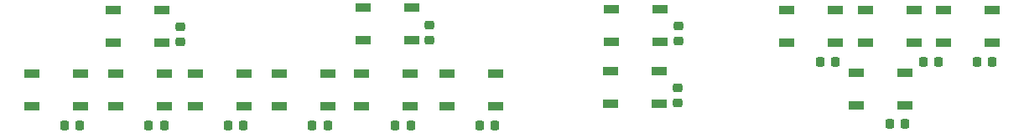
<source format=gbr>
%TF.GenerationSoftware,KiCad,Pcbnew,(6.0.9)*%
%TF.CreationDate,2023-04-01T14:39:57-08:00*%
%TF.ProjectId,LEFT CIRCUIT BREAKER,4c454654-2043-4495-9243-554954204252,1*%
%TF.SameCoordinates,Original*%
%TF.FileFunction,Paste,Top*%
%TF.FilePolarity,Positive*%
%FSLAX46Y46*%
G04 Gerber Fmt 4.6, Leading zero omitted, Abs format (unit mm)*
G04 Created by KiCad (PCBNEW (6.0.9)) date 2023-04-01 14:39:57*
%MOMM*%
%LPD*%
G01*
G04 APERTURE LIST*
G04 Aperture macros list*
%AMRoundRect*
0 Rectangle with rounded corners*
0 $1 Rounding radius*
0 $2 $3 $4 $5 $6 $7 $8 $9 X,Y pos of 4 corners*
0 Add a 4 corners polygon primitive as box body*
4,1,4,$2,$3,$4,$5,$6,$7,$8,$9,$2,$3,0*
0 Add four circle primitives for the rounded corners*
1,1,$1+$1,$2,$3*
1,1,$1+$1,$4,$5*
1,1,$1+$1,$6,$7*
1,1,$1+$1,$8,$9*
0 Add four rect primitives between the rounded corners*
20,1,$1+$1,$2,$3,$4,$5,0*
20,1,$1+$1,$4,$5,$6,$7,0*
20,1,$1+$1,$6,$7,$8,$9,0*
20,1,$1+$1,$8,$9,$2,$3,0*%
G04 Aperture macros list end*
%ADD10RoundRect,0.225000X-0.225000X-0.250000X0.225000X-0.250000X0.225000X0.250000X-0.225000X0.250000X0*%
%ADD11RoundRect,0.225000X-0.250000X0.225000X-0.250000X-0.225000X0.250000X-0.225000X0.250000X0.225000X0*%
%ADD12RoundRect,0.225000X0.225000X0.250000X-0.225000X0.250000X-0.225000X-0.250000X0.225000X-0.250000X0*%
%ADD13R,1.500000X0.900000*%
G04 APERTURE END LIST*
D10*
%TO.C,C2*%
X16715840Y1175720D03*
X18265840Y1175720D03*
%TD*%
D11*
%TO.C,C3*%
X28378840Y11163220D03*
X28378840Y9613220D03*
%TD*%
D10*
%TO.C,C4*%
X25215840Y1175720D03*
X26765840Y1175720D03*
%TD*%
%TO.C,C5*%
X33215840Y1175720D03*
X34765840Y1175720D03*
%TD*%
%TO.C,C6*%
X41715840Y1175720D03*
X43265840Y1175720D03*
%TD*%
D11*
%TO.C,C7*%
X53578840Y11338220D03*
X53578840Y9788220D03*
%TD*%
D10*
%TO.C,C8*%
X50115840Y1175720D03*
X51665840Y1175720D03*
%TD*%
%TO.C,C9*%
X58615840Y1175720D03*
X60165840Y1175720D03*
%TD*%
D11*
%TO.C,C11*%
X78578840Y4938220D03*
X78578840Y3388220D03*
%TD*%
D10*
%TO.C,C12*%
X93015840Y7575720D03*
X94565840Y7575720D03*
%TD*%
%TO.C,C13*%
X100015840Y1275720D03*
X101565840Y1275720D03*
%TD*%
D12*
%TO.C,C14*%
X104941840Y7575720D03*
X103391840Y7575720D03*
%TD*%
D11*
%TO.C,C10*%
X78678840Y11238220D03*
X78678840Y9688220D03*
%TD*%
D10*
%TO.C,C15*%
X108815840Y7575720D03*
X110365840Y7575720D03*
%TD*%
D13*
%TO.C,D1*%
X13414840Y6369320D03*
X13414840Y3069320D03*
X18314840Y3069320D03*
X18314840Y6369320D03*
%TD*%
%TO.C,D2*%
X21632840Y12846520D03*
X21632840Y9546520D03*
X26532840Y9546520D03*
X26532840Y12846520D03*
%TD*%
%TO.C,D3*%
X21861840Y6369520D03*
X21861840Y3069520D03*
X26761840Y3069520D03*
X26761840Y6369520D03*
%TD*%
%TO.C,D4*%
X29936840Y6369520D03*
X29936840Y3069520D03*
X34836840Y3069520D03*
X34836840Y6369520D03*
%TD*%
%TO.C,D5*%
X38396840Y6420320D03*
X38396840Y3120320D03*
X43296840Y3120320D03*
X43296840Y6420320D03*
%TD*%
%TO.C,D6*%
X46877840Y13049720D03*
X46877840Y9749720D03*
X51777840Y9749720D03*
X51777840Y13049720D03*
%TD*%
%TO.C,D7*%
X46702840Y6420320D03*
X46702840Y3120320D03*
X51602840Y3120320D03*
X51602840Y6420320D03*
%TD*%
%TO.C,D8*%
X55299840Y6394720D03*
X55299840Y3094720D03*
X60199840Y3094720D03*
X60199840Y6394720D03*
%TD*%
%TO.C,D9*%
X71936840Y12922520D03*
X71936840Y9622520D03*
X76836840Y9622520D03*
X76836840Y12922520D03*
%TD*%
%TO.C,D10*%
X71859840Y6648720D03*
X71859840Y3348720D03*
X76759840Y3348720D03*
X76759840Y6648720D03*
%TD*%
%TO.C,D11*%
X89602840Y12821120D03*
X89602840Y9521120D03*
X94502840Y9521120D03*
X94502840Y12821120D03*
%TD*%
%TO.C,D13*%
X97603840Y12821120D03*
X97603840Y9521120D03*
X102503840Y9521120D03*
X102503840Y12821120D03*
%TD*%
%TO.C,D14*%
X105477840Y12821120D03*
X105477840Y9521120D03*
X110377840Y9521120D03*
X110377840Y12821120D03*
%TD*%
%TO.C,D12*%
X96638840Y6471120D03*
X96638840Y3171120D03*
X101538840Y3171120D03*
X101538840Y6471120D03*
%TD*%
M02*

</source>
